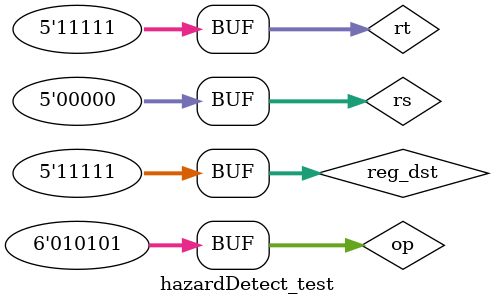
<source format=v>
module hazardDetect_test;
	reg [0:4] reg_dst, rs, rt;
	reg [0:5] op;
	wire squash;

	hazardDetect hD_test(reg_dst, rs, rt, op, squash);

	initial begin
	 $monitor("reg_Dst = %d rs = %d rt = %d op = %d squash=%b compare2=%b", reg_dst, rs, rt, op, squash, hD_test.compare2);
	
	#0 reg_dst = 5'b00000; rs = 5'b00000; rt = 5'b01010; op = 6'b010101; 
	#1 reg_dst = 5'b00100; rs = 5'b00000; rt = 5'b00100; op = 6'b000000;
	#1 reg_dst = 5'b11111; rs = 5'b00000; rt = 5'b00000; op = 6'b010101;	
	#1 reg_dst = 5'b11111; rs = 5'b00000; rt = 5'b11111; op = 6'b010101;

	end
endmodule

</source>
